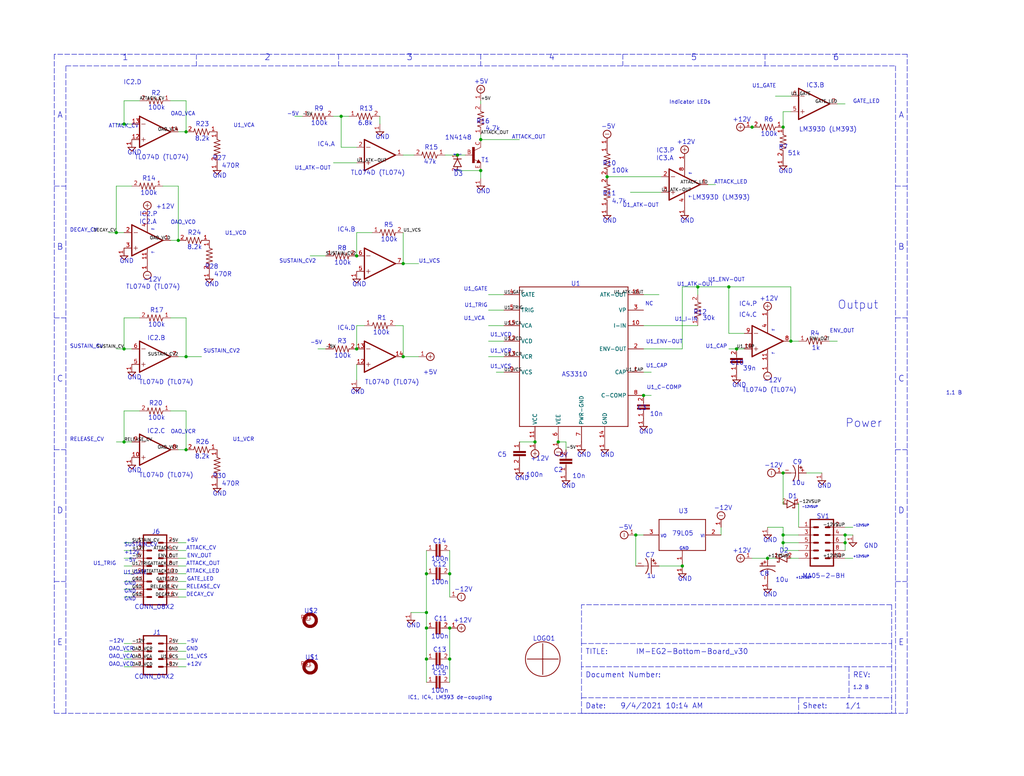
<source format=kicad_sch>
(kicad_sch (version 20211123) (generator eeschema)
  (paper "User" 335.458 254.178)
  (junction (at 132.08 86.36))
  (junction (at 223.52 185.42))
  (junction (at 40.64 144.78))
  (junction (at 149.86 50.8))
  (junction (at 40.64 40.64))
  (junction (at 238.76 93.98))
  (junction (at 175.26 144.78))
  (junction (at 256.54 154.94))
  (junction (at 147.32 187.96))
  (junction (at 259.08 111.76))
  (junction (at 256.54 177.8))
  (junction (at 60.96 116.84))
  (junction (at 157.48 45.72))
  (junction (at 228.6 93.98))
  (junction (at 139.7 215.9))
  (junction (at 132.08 116.84))
  (junction (at 147.32 205.74))
  (junction (at 157.48 55.88))
  (junction (at 241.3 114.3))
  (junction (at 139.7 200.66))
  (junction (at 116.84 114.3))
  (junction (at 251.46 182.88))
  (junction (at 111.76 38.1))
  (junction (at 60.96 147.32))
  (junction (at 276.86 175.26))
  (junction (at 40.64 114.3))
  (junction (at 116.84 83.82))
  (junction (at 276.86 177.8))
  (junction (at 210.82 129.54))
  (junction (at 208.28 175.26))
  (junction (at 139.7 205.74))
  (junction (at 38.1 76.2))
  (junction (at 58.42 78.74))
  (junction (at 60.96 43.18))
  (junction (at 256.54 41.656))
  (junction (at 198.882 57.912))
  (junction (at 139.7 187.96))
  (junction (at 147.32 215.9))
  (junction (at 246.38 41.656))
  (junction (at 182.88 144.78))
  (junction (at 256.54 175.26))
  (wire (pts (xy 99.06 38.1) (xy 96.52 38.1)))
  (wire (pts (xy 139.7 205.74) (xy 139.7 215.9)))
  (polyline (pts (xy 261.62 228.6) (xy 278.13 228.6)))
  (wire (pts (xy 165.1 111.76) (xy 160.02 111.76)))
  (wire (pts (xy 271.78 111.76) (xy 274.32 111.76)))
  (wire (pts (xy 248.92 41.656) (xy 246.38 41.656)))
  (wire (pts (xy 45.72 33.02) (xy 40.64 33.02)))
  (wire (pts (xy 185.42 144.78) (xy 182.88 144.78)))
  (wire (pts (xy 259.08 31.496) (xy 254 31.496)))
  (wire (pts (xy 259.08 93.98) (xy 238.76 93.98)))
  (wire (pts (xy 60.96 147.32) (xy 60.96 134.62)))
  (wire (pts (xy 58.42 213.36) (xy 60.96 213.36)))
  (polyline (pts (xy 21.59 21.59) (xy 293.37 21.59)))
  (wire (pts (xy 210.82 129.54) (xy 213.36 129.54)))
  (wire (pts (xy 58.42 210.82) (xy 60.96 210.82)))
  (wire (pts (xy 111.76 48.26) (xy 116.84 48.26)))
  (wire (pts (xy 40.64 114.3) (xy 43.18 114.3)))
  (wire (pts (xy 149.86 50.8) (xy 152.4 50.8)))
  (polyline (pts (xy 297.18 233.68) (xy 297.18 17.78)))
  (wire (pts (xy 256.54 36.576) (xy 259.08 36.576)))
  (wire (pts (xy 223.52 114.3) (xy 223.52 93.98)))
  (wire (pts (xy 228.6 93.98) (xy 228.6 96.52)))
  (wire (pts (xy 208.28 175.26) (xy 208.28 185.42)))
  (wire (pts (xy 60.96 104.14) (xy 55.88 104.14)))
  (polyline (pts (xy 293.37 147.32) (xy 297.18 147.32)))
  (wire (pts (xy 210.82 175.26) (xy 208.28 175.26)))
  (wire (pts (xy 116.84 106.68) (xy 116.84 114.3)))
  (polyline (pts (xy 190.5 210.82) (xy 190.5 198.12)))
  (wire (pts (xy 58.42 147.32) (xy 60.96 147.32)))
  (wire (pts (xy 132.08 76.2) (xy 132.08 86.36)))
  (wire (pts (xy 157.48 55.88) (xy 157.48 58.42)))
  (polyline (pts (xy 157.48 17.78) (xy 157.48 21.59)))
  (polyline (pts (xy 190.5 233.68) (xy 190.5 228.6)))
  (wire (pts (xy 43.18 177.8) (xy 40.64 177.8)))
  (wire (pts (xy 238.76 109.22) (xy 243.84 109.22)))
  (wire (pts (xy 60.96 43.18) (xy 60.96 33.02)))
  (wire (pts (xy 40.64 40.64) (xy 38.1 40.64)))
  (polyline (pts (xy 293.37 21.59) (xy 293.37 233.68)))
  (polyline (pts (xy 190.5 228.6) (xy 261.62 228.6)))
  (wire (pts (xy 135.636 50.8) (xy 132.08 50.8)))
  (wire (pts (xy 157.48 45.72) (xy 170.18 45.72)))
  (wire (pts (xy 35.56 76.2) (xy 38.1 76.2)))
  (wire (pts (xy 216.662 62.992) (xy 206.502 62.992)))
  (wire (pts (xy 157.48 44.196) (xy 157.48 45.72)))
  (polyline (pts (xy 297.18 17.78) (xy 17.78 17.78)))
  (wire (pts (xy 139.7 180.34) (xy 139.7 187.96)))
  (wire (pts (xy 109.22 38.1) (xy 111.76 38.1)))
  (polyline (pts (xy 17.78 233.68) (xy 297.18 233.68)))
  (wire (pts (xy 264.16 154.94) (xy 269.24 154.94)))
  (polyline (pts (xy 21.59 233.68) (xy 21.59 21.59)))
  (wire (pts (xy 121.92 76.2) (xy 116.84 76.2)))
  (wire (pts (xy 43.18 215.9) (xy 40.64 215.9)))
  (wire (pts (xy 111.76 38.1) (xy 114.3 38.1)))
  (wire (pts (xy 261.62 175.26) (xy 256.54 175.26)))
  (polyline (pts (xy 292.1 198.12) (xy 292.1 210.82)))
  (wire (pts (xy 231.902 60.452) (xy 234.442 60.452)))
  (wire (pts (xy 139.7 215.9) (xy 139.7 223.52)))
  (wire (pts (xy 228.6 106.68) (xy 210.82 106.68)))
  (wire (pts (xy 147.32 180.34) (xy 147.32 187.96)))
  (polyline (pts (xy 64.347 17.78) (xy 64.347 21.59)))
  (wire (pts (xy 45.72 134.62) (xy 40.64 134.62)))
  (polyline (pts (xy 292.1 210.82) (xy 292.1 218.44)))
  (wire (pts (xy 165.1 116.84) (xy 160.02 116.84)))
  (wire (pts (xy 43.18 210.82) (xy 40.64 210.82)))
  (wire (pts (xy 276.86 172.72) (xy 279.4 172.72)))
  (wire (pts (xy 165.1 101.6) (xy 160.02 101.6)))
  (wire (pts (xy 236.22 175.26) (xy 236.22 172.72)))
  (polyline (pts (xy 292.1 218.44) (xy 292.1 228.6)))
  (wire (pts (xy 149.86 51.133) (xy 149.86 50.8)))
  (wire (pts (xy 223.52 93.98) (xy 228.6 93.98)))
  (polyline (pts (xy 261.62 228.6) (xy 261.62 233.68)))
  (wire (pts (xy 261.62 111.76) (xy 259.08 111.76)))
  (wire (pts (xy 210.82 121.92) (xy 213.36 121.92)))
  (wire (pts (xy 60.96 134.62) (xy 55.88 134.62)))
  (wire (pts (xy 38.1 114.3) (xy 40.64 114.3)))
  (wire (pts (xy 58.42 43.18) (xy 60.96 43.18)))
  (wire (pts (xy 261.62 180.34) (xy 256.54 180.34)))
  (polyline (pts (xy 17.78 190.5) (xy 21.59 190.5)))
  (polyline (pts (xy 250.613 17.78) (xy 250.613 21.59)))
  (wire (pts (xy 43.18 213.36) (xy 40.64 213.36)))
  (wire (pts (xy 276.86 177.8) (xy 276.86 180.34)))
  (wire (pts (xy 132.08 116.84) (xy 132.08 106.68)))
  (wire (pts (xy 58.42 78.74) (xy 58.42 60.96)))
  (wire (pts (xy 210.82 114.3) (xy 223.52 114.3)))
  (polyline (pts (xy 190.5 228.6) (xy 190.5 218.44)))
  (wire (pts (xy 256.54 180.34) (xy 256.54 177.8)))
  (wire (pts (xy 256.54 177.8) (xy 256.54 175.26)))
  (wire (pts (xy 147.32 187.96) (xy 147.32 195.58)))
  (polyline (pts (xy 17.78 60.96) (xy 21.59 60.96)))
  (wire (pts (xy 43.18 218.44) (xy 40.64 218.44)))
  (wire (pts (xy 60.96 116.84) (xy 60.96 104.14)))
  (wire (pts (xy 106.68 83.82) (xy 101.6 83.82)))
  (polyline (pts (xy 278.13 228.6) (xy 292.1 228.6)))
  (wire (pts (xy 55.88 78.74) (xy 58.42 78.74)))
  (wire (pts (xy 116.84 53.34) (xy 109.22 53.34)))
  (wire (pts (xy 134.62 200.66) (xy 139.7 200.66)))
  (wire (pts (xy 40.64 33.02) (xy 40.64 40.64)))
  (wire (pts (xy 251.46 182.88) (xy 246.38 182.88)))
  (wire (pts (xy 261.62 172.72) (xy 261.62 165.1)))
  (wire (pts (xy 165.1 96.52) (xy 160.02 96.52)))
  (wire (pts (xy 276.86 182.88) (xy 279.4 182.88)))
  (polyline (pts (xy 292.1 228.6) (xy 292.1 233.68)))
  (wire (pts (xy 43.18 193.04) (xy 40.64 193.04)))
  (wire (pts (xy 58.42 195.58) (xy 60.96 195.58)))
  (wire (pts (xy 58.42 182.88) (xy 60.96 182.88)))
  (wire (pts (xy 256.54 41.656) (xy 256.54 36.576)))
  (wire (pts (xy 58.42 187.96) (xy 60.96 187.96)))
  (wire (pts (xy 58.42 218.44) (xy 60.96 218.44)))
  (wire (pts (xy 216.662 57.912) (xy 198.882 57.912)))
  (wire (pts (xy 116.84 119.38) (xy 116.84 124.46)))
  (wire (pts (xy 210.82 96.52) (xy 215.9 96.52)))
  (wire (pts (xy 215.9 185.42) (xy 223.52 185.42)))
  (polyline (pts (xy 293.37 190.5) (xy 297.18 190.5)))
  (wire (pts (xy 38.1 60.96) (xy 38.1 76.2)))
  (wire (pts (xy 147.32 223.52) (xy 147.32 215.9)))
  (wire (pts (xy 228.6 93.98) (xy 238.76 93.98)))
  (wire (pts (xy 60.96 33.02) (xy 55.88 33.02)))
  (wire (pts (xy 45.72 104.14) (xy 40.64 104.14)))
  (wire (pts (xy 43.18 195.58) (xy 40.64 195.58)))
  (wire (pts (xy 111.76 38.1) (xy 111.76 48.26)))
  (wire (pts (xy 185.42 147.32) (xy 185.42 144.78)))
  (wire (pts (xy 40.64 144.78) (xy 38.1 144.78)))
  (wire (pts (xy 132.08 106.68) (xy 129.54 106.68)))
  (wire (pts (xy 58.42 193.04) (xy 60.96 193.04)))
  (polyline (pts (xy 292.1 218.44) (xy 278.13 218.44)))
  (wire (pts (xy 139.7 200.66) (xy 139.7 205.74)))
  (wire (pts (xy 259.08 111.76) (xy 259.08 93.98)))
  (wire (pts (xy 157.48 33.02) (xy 157.48 34.036)))
  (polyline (pts (xy 278.13 218.44) (xy 190.5 218.44)))
  (wire (pts (xy 119.38 106.68) (xy 116.84 106.68)))
  (wire (pts (xy 43.18 182.88) (xy 40.64 182.88)))
  (wire (pts (xy 170.18 144.78) (xy 175.26 144.78)))
  (wire (pts (xy 241.3 114.3) (xy 238.76 114.3)))
  (wire (pts (xy 58.42 185.42) (xy 60.96 185.42)))
  (wire (pts (xy 58.42 177.8) (xy 60.96 177.8)))
  (wire (pts (xy 256.54 172.72) (xy 251.46 172.72)))
  (wire (pts (xy 40.64 40.64) (xy 43.18 40.64)))
  (polyline (pts (xy 17.78 17.78) (xy 17.78 233.68)))
  (wire (pts (xy 58.42 60.96) (xy 53.34 60.96)))
  (wire (pts (xy 276.86 175.26) (xy 276.86 177.8)))
  (polyline (pts (xy 190.5 233.68) (xy 261.62 233.68)))
  (wire (pts (xy 43.18 185.42) (xy 40.64 185.42)))
  (wire (pts (xy 40.64 134.62) (xy 40.64 144.78)))
  (wire (pts (xy 106.68 114.3) (xy 104.14 114.3)))
  (wire (pts (xy 274.32 34.036) (xy 276.86 34.036)))
  (wire (pts (xy 38.1 76.2) (xy 40.64 76.2)))
  (wire (pts (xy 43.18 187.96) (xy 40.64 187.96)))
  (wire (pts (xy 43.18 144.78) (xy 40.64 144.78)))
  (wire (pts (xy 58.42 180.34) (xy 60.96 180.34)))
  (wire (pts (xy 139.7 187.96) (xy 139.7 200.66)))
  (wire (pts (xy 132.08 86.36) (xy 137.16 86.36)))
  (wire (pts (xy 165.1 121.92) (xy 162.56 121.92)))
  (wire (pts (xy 147.32 215.9) (xy 147.32 205.74)))
  (wire (pts (xy 279.4 175.26) (xy 276.86 175.26)))
  (wire (pts (xy 254.333 182.88) (xy 251.46 182.88)))
  (wire (pts (xy 258.747 182.88) (xy 261.62 182.88)))
  (wire (pts (xy 43.18 180.34) (xy 40.64 180.34)))
  (polyline (pts (xy 278.13 218.44) (xy 278.13 228.6)))
  (wire (pts (xy 58.42 215.9) (xy 60.96 215.9)))
  (wire (pts (xy 58.42 116.84) (xy 60.96 116.84)))
  (polyline (pts (xy 292.1 198.12) (xy 190.5 198.12)))
  (polyline (pts (xy 17.78 104.14) (xy 21.59 104.14)))
  (polyline (pts (xy 190.5 218.44) (xy 190.5 210.82)))
  (wire (pts (xy 261.62 165.1) (xy 261.287 165.1)))
  (wire (pts (xy 238.76 93.98) (xy 238.76 109.22)))
  (polyline (pts (xy 204.047 17.78) (xy 204.047 21.59)))
  (wire (pts (xy 149.86 55.88) (xy 149.86 55.547)))
  (polyline (pts (xy 190.5 210.82) (xy 292.1 210.82)))
  (wire (pts (xy 116.84 76.2) (xy 116.84 83.82)))
  (wire (pts (xy 256.54 165.1) (xy 256.873 165.1)))
  (wire (pts (xy 145.796 50.8) (xy 149.86 50.8)))
  (polyline (pts (xy 293.37 60.96) (xy 297.18 60.96)))
  (wire (pts (xy 43.18 60.96) (xy 38.1 60.96)))
  (polyline (pts (xy 261.62 233.68) (xy 292.1 233.68)))
  (wire (pts (xy 261.62 177.8) (xy 256.54 177.8)))
  (wire (pts (xy 58.42 190.5) (xy 60.96 190.5)))
  (wire (pts (xy 182.88 144.78) (xy 182.88 144.272)))
  (wire (pts (xy 149.86 55.88) (xy 157.48 55.88)))
  (wire (pts (xy 40.64 104.14) (xy 40.64 114.3)))
  (wire (pts (xy 256.54 175.26) (xy 256.54 172.72)))
  (polyline (pts (xy 17.78 147.32) (xy 21.59 147.32)))
  (wire (pts (xy 124.46 38.1) (xy 124.46 40.64)))
  (wire (pts (xy 60.96 116.84) (xy 66.04 116.84)))
  (wire (pts (xy 256.54 154.94) (xy 256.54 165.1)))
  (wire (pts (xy 43.18 190.5) (xy 40.64 190.5)))
  (wire (pts (xy 243.84 114.3) (xy 241.3 114.3)))
  (polyline (pts (xy 110.913 17.78) (xy 110.913 21.59)))
  (wire (pts (xy 137.16 116.84) (xy 132.08 116.84)))
  (polyline (pts (xy 293.37 104.14) (xy 297.18 104.14)))
  (wire (pts (xy 165.1 106.68) (xy 160.02 106.68)))
  (text "R3" (at 110.504 112.8 180) (effects (font (size 1.48 1.48)) (justify left bottom)))
  (text "TL074D (TL074)" (at 41.185 93.212 180) (effects (font (size 1.48 1.48)) (justify left top)))
  (text "U1_VCS" (at 60.96 215.9 180) (effects (font (size 1.233 1.233)) (justify left bottom)))
  (text "GND" (at 114.802 127.635 180) (effects (font (size 1.48 1.48)) (justify left top)))
  (text "470R" (at 72.62 53.584 180) (effects (font (size 1.48 1.48)) (justify left top)))
  (text "+12V" (at 148.492 204.24 180) (effects (font (size 1.48 1.48)) (justify left bottom)))
  (text "10n" (at 187.452 155.235 180) (effects (font (size 1.48 1.48)) (justify left top)))
  (text "10u" (at 259.373 157.48 180) (effects (font (size 1.48 1.48)) (justify left top)))
  (text "U1_CAP" (at 231.14 114.3 180) (effects (font (size 1.233 1.233)) (justify left bottom)))
  (text "A" (at 295.275 36.703 180) (effects (font (size 1.974 1.974)) (justify top)))
  (text "SUSTAIN_CV" (at 22.86 114.3 180) (effects (font (size 1.233 1.233)) (justify left bottom)))
  (text "ATTACK_CV" (at 60.96 180.34 180) (effects (font (size 1.233 1.233)) (justify left bottom)))
  (text "R28" (at 67.08 88.361 180) (effects (font (size 1.48 1.48)) (justify left bottom)))
  (text "SpiceOrder 2" (at 149.86 50.8 180) (effects (font (size 0.247 0.247))))
  (text "GND" (at 189 149.993 180) (effects (font (size 1.48 1.48)) (justify left bottom)))
  (text "U1_ATK-OUT" (at 221.742 93.98 180) (effects (font (size 1.233 1.233)) (justify left bottom)))
  (text "OAO_VCD" (at 35.56 218.44 180) (effects (font (size 1.233 1.233)) (justify left bottom)))
  (text "TL074D (TL074)" (at 243.115 127.02 180) (effects (font (size 1.48 1.48)) (justify left top)))
  (text "3" (at 134.197 17.78 180) (effects (font (size 1.974 1.974)) (justify top)))
  (text "R17" (at 49.126 102.64 180) (effects (font (size 1.48 1.48)) (justify left bottom)))
  (text "V+" (at 49.53 75.565 180) (effects (font (size 0.493 0.493)) (justify left bottom)))
  (text "8.2k" (at 61.3 80.24 180) (effects (font (size 1.48 1.48)) (justify left top)))
  (text "100k" (at 48.49 136.12 180) (effects (font (size 1.48 1.48)) (justify left top)))
  (text "4" (at 180.763 17.78 180) (effects (font (size 1.974 1.974)) (justify top)))
  (text "GND" (at 222.02 190.633 180) (effects (font (size 1.48 1.48)) (justify left bottom)))
  (text "U1_TRIG" (at 30.48 185.42 180) (effects (font (size 1.233 1.233)) (justify left bottom)))
  (text "GND" (at 40.64 195.58 180) (effects (font (size 1.233 1.233)) (justify left top)))
  (text "-5V" (at 181.38 150.067 180) (effects (font (size 1.48 1.48)) (justify left bottom)))
  (text "R16" (at 155.98 40.753 180) (effects (font (size 1.48 1.48)) (justify left bottom)))
  (text "R12" (at 227.1 103.274 180) (effects (font (size 1.48 1.48)) (justify left bottom)))
  (text "ATTACK_OUT" (at 60.96 185.42 180) (effects (font (size 1.233 1.233)) (justify left bottom)))
  (text "SUSTAIN_CV2" (at 91.44 86.36 180) (effects (font (size 1.233 1.233)) (justify left bottom)))
  (text "C12" (at 141.8 185.928 180) (effects (font (size 1.48 1.48)) (justify left bottom)))
  (text "Indicator LEDs" (at 219.202 34.29 180) (effects (font (size 1.233 1.233)) (justify left bottom)))
  (text "DECAY_CV" (at 60.96 195.58 180) (effects (font (size 1.233 1.233)) (justify left bottom)))
  (text "100n" (at 172.212 154.829 180) (effects (font (size 1.48 1.48)) (justify left top)))
  (text "U1_VCR" (at 76.2 144.78 180) (effects (font (size 1.233 1.233)) (justify left bottom)))
  (text "GND" (at 196.62 149.993 180) (effects (font (size 1.48 1.48)) (justify left bottom)))
  (text "6.8k" (at 117.217 39.6 180) (effects (font (size 1.48 1.48)) (justify left top)))
  (text "1N4148" (at 145.729 44.346 180) (effects (font (size 1.48 1.48)) (justify left top)))
  (text "U$2" (at 99.599 201.168 180) (effects (font (size 1.48 1.48)) (justify left bottom)))
  (text "IC4.P" (at 242.088 100.558 180) (effects (font (size 1.48 1.48)) (justify left bottom)))
  (text "U1_ATK-OUT" (at 203.962 68.072 180) (effects (font (size 1.233 1.233)) (justify left bottom)))
  (text "R15" (at 139.042 49.3 180) (effects (font (size 1.48 1.48)) (justify left bottom)))
  (text "U1_ATK-OUT" (at 96.52 55.88 180) (effects (font (size 1.233 1.233)) (justify left bottom)))
  (text "R26" (at 64.075 145.82 180) (effects (font (size 1.48 1.48)) (justify left bottom)))
  (text "-12VSUP" (at 279.4 172.72 180) (effects (font (size 0.74 0.74)) (justify left bottom)))
  (text "GND" (at 249.96 177.933 180) (effects (font (size 1.48 1.48)) (justify left bottom)))
  (text "D" (at 19.685 166.243 180) (effects (font (size 1.974 1.974)) (justify top)))
  (text "R30" (at 69.62 156.942 180) (effects (font (size 1.48 1.48)) (justify left bottom)))
  (text "ENV_OUT" (at 271.78 109.22 180) (effects (font (size 1.233 1.233)) (justify left bottom)))
  (text "D3" (at 148.604 56.213 180) (effects (font (size 1.48 1.48)) (justify left top)))
  (text "C8" (at 248.92 188.964 180) (effects (font (size 1.48 1.48)) (justify left bottom)))
  (text "R13" (at 117.706 36.6 180) (effects (font (size 1.48 1.48)) (justify left bottom)))
  (text "LM393D (LM393)" (at 261.738 41.656 180) (effects (font (size 1.48 1.48)) (justify left top)))
  (text "+12V" (at 248.822 98.83 180) (effects (font (size 1.48 1.48)) (justify left bottom)))
  (text "OAO_VCR" (at 55.88 142.24 180) (effects (font (size 1.233 1.233)) (justify left bottom)))
  (text "+12V" (at 221.644 47.522 180) (effects (font (size 1.48 1.48)) (justify left bottom)))
  (text "100n" (at 141.2 207.772 180) (effects (font (size 1.48 1.48)) (justify left top)))
  (text "U1_VCD" (at 160.528 110.49 180) (effects (font (size 1.233 1.233)) (justify left bottom)))
  (text "U1_VCR" (at 160.528 115.824 180) (effects (font (size 1.233 1.233)) (justify left bottom)))
  (text "C14" (at 141.763 178.308 180) (effects (font (size 1.48 1.48)) (justify left bottom)))
  (text "V+" (at 252.73 108.585 180) (effects (font (size 0.493 0.493)) (justify left bottom)))
  (text "IC2.B" (at 48.218 111.76 180) (effects (font (size 1.48 1.48)) (justify left bottom)))
  (text "V-" (at 49.53 83.185 180) (effects (font (size 0.493 0.493)) (justify left bottom)))
  (text "J6" (at 49.727 175.26 180) (effects (font (size 1.48 1.48)) (justify left bottom)))
  (text "-5V" (at 93.98 38.1 180) (effects (font (size 1.233 1.233)) (justify left bottom)))
  (text "-5V" (at 196.897 42.442 180) (effects (font (size 1.48 1.48)) (justify left bottom)))
  (text "R23" (at 64.038 41.68 180) (effects (font (size 1.48 1.48)) (justify left bottom)))
  (text "IC4.D" (at 110.504 108.432 180) (effects (font (size 1.48 1.48)) (justify left bottom)))
  (text "VO" (at 216.341 176.315 180) (effects (font (size 0.987 0.987)) (justify left bottom)))
  (text "C2" (at 181.38 154.962 180) (effects (font (size 1.48 1.48)) (justify left bottom)))
  (text "470R" (at 70.08 89.144 180) (effects (font (size 1.48 1.48)) (justify left top)))
  (text "GND" (at 69.62 162.693 180) (effects (font (size 1.48 1.48)) (justify left bottom)))
  (text "-5V" (at 101.6 113.03 180) (effects (font (size 1.233 1.233)) (justify left bottom)))
  (text "OAO_VCR" (at 35.56 213.36 180) (effects (font (size 1.233 1.233)) (justify left bottom)))
  (text "Output" (at 274.32 101.6 180) (effects (font (size 2.714 2.714)) (justify left bottom)))
  (text "GND" (at 69.62 58.553 180) (effects (font (size 1.48 1.48)) (justify left bottom)))
  (text "GND" (at 249.96 195.713 180) (effects (font (size 1.48 1.48)) (justify left bottom)))
  (text "R27" (at 69.62 52.802 180) (effects (font (size 1.48 1.48)) (justify left bottom)))
  (text "SUSTAIN_CV" (at 40.64 177.8 180) (effects (font (size 1.233 1.233)) (justify left top)))
  (text "OAO_VCA" (at 35.56 215.9 180) (effects (font (size 1.233 1.233)) (justify left bottom)))
  (text "1" (at 41.063 17.78 180) (effects (font (size 1.974 1.974)) (justify top)))
  (text "1.2 B" (at 279.4 226.06 180) (effects (font (size 1.233 1.233)) (justify left bottom)))
  (text "R5" (at 125.744 74.7 180) (effects (font (size 1.48 1.48)) (justify left bottom)))
  (text "100k" (at 48.49 34.52 180) (effects (font (size 1.48 1.48)) (justify left top)))
  (text "GND" (at 60.96 213.36 180) (effects (font (size 1.233 1.233)) (justify left bottom)))
  (text "R14" (at 46.55 59.46 180) (effects (font (size 1.48 1.48)) (justify left bottom)))
  (text "1u" (at 211.859 187.96 180) (effects (font (size 1.48 1.48)) (justify left top)))
  (text "IC4.C" (at 242.052 104.14 180) (effects (font (size 1.48 1.48)) (justify left bottom)))
  (text "GND" (at 267.74 160.153 180) (effects (font (size 1.48 1.48)) (justify left bottom)))
  (text "R24" (at 61.462 77.24 180) (effects (font (size 1.48 1.48)) (justify left bottom)))
  (text "1.1 B" (at 309.88 129.54 180) (effects (font (size 1.233 1.233)) (justify left bottom)))
  (text "-12V" (at 249.96 125.593 180) (effects (font (size 1.48 1.48)) (justify left bottom)))
  (text "+12V" (at 40.64 180.34 180) (effects (font (size 1.233 1.233)) (justify left top)))
  (text "2" (at 87.63 17.78 180) (effects (font (size 1.974 1.974)) (justify top)))
  (text "+12VSUP" (at 279.4 182.88 180) (effects (font (size 0.74 0.74)) (justify left bottom)))
  (text "R6" (at 250.241 40.156 180) (effects (font (size 1.48 1.48)) (justify left bottom)))
  (text "CONN_08X2" (at 44.034 198.12 180) (effects (font (size 1.48 1.48)) (justify left top)))
  (text "GND" (at 40.64 190.5 180) (effects (font (size 1.233 1.233)) (justify left top)))
  (text "-12V" (at 35.56 210.82 180) (effects (font (size 1.233 1.233)) (justify left bottom)))
  (text "4.7k" (at 200.382 65.229 180) (effects (font (size 1.48 1.48)) (justify left top)))
  (text "C3" (at 208.788 134.642 180) (effects (font (size 1.48 1.48)) (justify left bottom)))
  (text "IC2.P" (at 45.678 71.12 180) (effects (font (size 1.48 1.48)) (justify left bottom)))
  (text "V-" (at 225.552 64.897 180) (effects (font (size 0.493 0.493)) (justify left bottom)))
  (text "+5V" (at 60.96 177.8 180) (effects (font (size 1.233 1.233)) (justify left bottom)))
  (text "C7" (at 211.386 182.88 180) (effects (font (size 1.48 1.48)) (justify left bottom)))
  (text "C" (at 19.685 123.063 180) (effects (font (size 1.974 1.974)) (justify top)))
  (text "B" (at 19.685 79.883 180) (effects (font (size 1.974 1.974)) (justify top)))
  (text "-12VSUP" (at 262.636 166.624 180) (effects (font (size 0.74 0.74)) (justify left bottom)))
  (text "GND" (at 133.12 205.873 180) (effects (font (size 1.48 1.48)) (justify left bottom)))
  (text "9/4/2021 10:14 AM" (at 203.2 232.41 180) (effects (font (size 1.727 1.727)) (justify left bottom)))
  (text "+5V" (at 138.548 122.96 180) (effects (font (size 1.48 1.48)) (justify left bottom)))
  (text "GND" (at 41.68 50.933 180) (effects (font (size 1.48 1.48)) (justify left bottom)))
  (text "100n" (at 141.2 189.992 180) (effects (font (size 1.48 1.48)) (justify left top)))
  (text "TL074D (TL074)" (at 44.059 50.8 180) (effects (font (size 1.48 1.48)) (justify left top)))
  (text "IC1, IC4, LM393 de-coupling" (at 133.604 229.362 180) (effects (font (size 1.233 1.233)) (justify left bottom)))
  (text "AS3310" (at 183.975 121.92 180) (effects (font (size 1.48 1.48)) (justify left top)))
  (text "51k" (at 258.04 49.467 180) (effects (font (size 1.48 1.48)) (justify left top)))
  (text "6" (at 273.897 17.78 180) (effects (font (size 1.974 1.974)) (justify top)))
  (text "SUSTAIN_CV2" (at 66.548 115.824 180) (effects (font (size 1.233 1.233)) (justify left bottom)))
  (text "C11" (at 142.127 203.708 180) (effects (font (size 1.48 1.48)) (justify left bottom)))
  (text "-12V" (at 233.817 167.41 180) (effects (font (size 1.48 1.48)) (justify left bottom)))
  (text "ATTACK_OUT" (at 167.64 45.72 180) (effects (font (size 1.233 1.233)) (justify left bottom)))
  (text "B" (at 295.275 79.883 180) (effects (font (size 1.974 1.974)) (justify top)))
  (text "10u" (at 254 189.237 180) (effects (font (size 1.48 1.48)) (justify left top)))
  (text "TL074D (TL074)" (at 119.498 124.48 180) (effects (font (size 1.48 1.48)) (justify left top)))
  (text "GND" (at 255.04 57.029 180) (effects (font (size 1.48 1.48)) (justify left bottom)))
  (text "DECAY_CV" (at 22.86 76.2 180) (effects (font (size 1.233 1.233)) (justify left bottom)))
  (text "U$1" (at 99.927 216.408 180) (effects (font (size 1.48 1.48)) (justify left bottom)))
  (text "GND" (at 39.14 86.493 180) (effects (font (size 1.48 1.48)) (justify left bottom)))
  (text "SpiceOrder 1" (at 149.86 55.88 180) (effects (font (size 0.247 0.247))))
  (text "39n" (at 243.332 119.966 180) (effects (font (size 1.48 1.48)) (justify left top)))
  (text "C10" (at 239.268 119.82 180) (effects (font (size 1.48 1.48)) (justify left bottom)))
  (text "U1_I-IN" (at 220.98 105.41 180) (effects (font (size 1.233 1.233)) (justify left bottom)))
  (text "ATTACK_LED" (at 60.96 187.96 180) (effects (font (size 1.233 1.233)) (justify left bottom)))
  (text "100k" (at 122.15 108.18 180) (effects (font (size 1.48 1.48)) (justify left top)))
  (text "100k" (at 48.49 105.64 180) (effects (font (size 1.48 1.48)) (justify left top)))
  (text "TL074D (TL074)" (at 45.516 124.46 180) (effects (font (size 1.48 1.48)) (justify left top)))
  (text "+12V" (at 60.96 218.44 180) (effects (font (size 1.233 1.233)) (justify left bottom)))
  (text "-5V" (at 202.485 173.76 180) (effects (font (size 1.48 1.48)) (justify left bottom)))
  (text "GND" (at 122.96 45.853 180) (effects (font (size 1.48 1.48)) (justify left bottom)))
  (text "IC3.P" (at 215.025 50.292 180) (effects (font (size 1.48 1.48)) (justify left bottom)))
  (text "R20" (at 48.798 133.12 180) (effects (font (size 1.48 1.48)) (justify left bottom)))
  (text "47k" (at 138.787 52.3 180) (effects (font (size 1.48 1.48)) (justify left top)))
  (text "IC2.A" (at 45.605 73.66 180) (effects (font (size 1.48 1.48)) (justify left bottom)))
  (text "GATE_LED" (at 279.4 34.036 180) (effects (font (size 1.233 1.233)) (justify left bottom)))
  (text "79L05" (at 220.136 174.032 180) (effects (font (size 1.48 1.48)) (justify left top)))
  (text "10n" (at 212.852 134.915 180) (effects (font (size 1.48 1.48)) (justify left top)))
  (text "U1_VCS" (at 137.16 86.36 180) (effects (font (size 1.233 1.233)) (justify left bottom)))
  (text "GND" (at 41.68 155.073 180) (effects (font (size 1.48 1.48)) (justify left bottom)))
  (text "GND" (at 155.98 63.633 180) (effects (font (size 1.48 1.48)) (justify left bottom)))
  (text "V-" (at 252.73 116.205 180) (effects (font (size 0.493 0.493)) (justify left bottom)))
  (text "D" (at 295.275 166.243 180) (effects (font (size 1.974 1.974)) (justify top)))
  (text "-5V" (at 40.64 182.88 180) (effects (font (size 1.233 1.233)) (justify left top)))
  (text "100k" (at 109.45 85.32 180) (effects (font (size 1.48 1.48)) (justify left top)))
  (text "8.2k" (at 63.84 44.68 180) (effects (font (size 1.48 1.48)) (justify left top)))
  (text "Sheet:" (at 262.89 232.41 180) (effects (font (size 1.727 1.727)) (justify left bottom)))
  (text "U1_ENV-OUT" (at 231.902 92.456 180) (effects (font (size 1.233 1.233)) (justify left bottom)))
  (text "100k" (at 109.45 115.8 180) (effects (font (size 1.48 1.48)) (justify left top)))
  (text "LM393D (LM393)" (at 226.732 63.957 180) (effects (font (size 1.48 1.48)) (justify left top)))
  (text "U3" (at 222.264 166.754 180) (effects (font (size 1.48 1.48)) (justify left top)))
  (text "8.2k" (at 63.84 148.82 180) (effects (font (size 1.48 1.48)) (justify left top)))
  (text "GND" (at 67.08 94.113 180) (effects (font (size 1.48 1.48)) (justify left bottom)))
  (text "-5V" (at 60.96 210.82 180) (effects (font (size 1.233 1.233)) (justify left bottom)))
  (text "RELEASE_CV" (at 22.86 144.78 180) (effects (font (size 1.233 1.233)) (justify left bottom)))
  (text "100n" (at 141.2 225.552 180) (effects (font (size 1.48 1.48)) (justify left top)))
  (text "IC2.C" (at 48.182 142.24 180) (effects (font (size 1.48 1.48)) (justify left bottom)))
  (text "ATTACK_LED" (at 233.934 60.452 180) (effects (font (size 1.233 1.233)) (justify left bottom)))
  (text "+5V" (at 155.26 27.71 180) (effects (font (size 1.48 1.48)) (justify left bottom)))
  (text "100k" (at 45.95 62.46 180) (effects (font (size 1.48 1.48)) (justify left top)))
  (text "-12V" (at 250.327 153.44 180) (effects (font (size 1.48 1.48)) (justify left bottom)))
  (text "U1" (at 187.031 93.98 180) (effects (font (size 1.48 1.48)) (justify left bottom)))
  (text "C13" (at 141.8 213.868 180) (effects (font (size 1.48 1.48)) (justify left bottom)))
  (text "R2" (at 49.544 31.52 180) (effects (font (size 1.48 1.48)) (justify left bottom)))
  (text "+12V" (at 51.036 68.684 180) (effects (font (size 1.48 1.48)) (justify left bottom)))
  (text "GND" (at 222.782 73.285 180) (effects (font (size 1.48 1.48)) (justify left bottom)))
  (text "E" (at 295.275 209.423 180) (effects (font (size 1.974 1.974)) (justify top)))
  (text "IC3.B" (at 264.118 28.956 180) (effects (font (size 1.48 1.48)) (justify left bottom)))
  (text "R7" (at 255.04 49.158 180) (effects (font (size 1.48 1.48)) (justify left bottom)))
  (text "A" (at 19.685 36.703 180) (effects (font (size 1.974 1.974)) (justify top)))
  (text "R10" (at 197.382 54.506 180) (effects (font (size 1.48 1.48)) (justify left bottom)))
  (text "D2" (at 255.284 181.38 180) (effects (font (size 1.48 1.48)) (justify left bottom)))
  (text "470R" (at 72.62 157.724 180) (effects (font (size 1.48 1.48)) (justify left top)))
  (text "Document Number:" (at 191.77 222.25 180) (effects (font (size 1.727 1.727)) (justify left bottom)))
  (text "U1_ENV-OUT" (at 211.582 112.776 180) (effects (font (size 1.233 1.233)) (justify left bottom)))
  (text "GND" (at 209.32 142.373 180) (effects (font (size 1.48 1.48)) (justify left bottom)))
  (text "D1" (at 258.151 163.6 180) (effects (font (size 1.48 1.48)) (justify left bottom)))
  (text "U1_GATE" (at 246.38 28.956 180) (effects (font (size 1.233 1.233)) (justify left bottom)))
  (text "IC2.D" (at 40.438 27.94 180) (effects (font (size 1.48 1.48)) (justify left bottom)))
  (text "100k" (at 124.69 77.7 180) (effects (font (size 1.48 1.48)) (justify left top)))
  (text "J1" (at 50.017 208.28 180) (effects (font (size 1.48 1.48)) (justify left bottom)))
  (text "U1_VCA" (at 76.454 41.91 180) (effects (font (size 1.233 1.233)) (justify left bottom)))
  (text "C9" (at 259.682 152.4 180) (effects (font (size 1.48 1.48)) (justify left bottom)))
  (text "R9" (at 102.92 36.6 180) (effects (font (size 1.48 1.48)) (justify left bottom)))
  (text "R4" (at 265.408 110.26 180) (effects (font (size 1.48 1.48)) (justify left bottom)))
  (text "R1" (at 123.531 105.18 180) (effects (font (size 1.48 1.48)) (justify left bottom)))
  (text "U1_GATE" (at 151.892 95.504 180) (effects (font (size 1.233 1.233)) (justify left bottom)))
  (text "+12V" (at 239.932 40.156 180) (effects (font (size 1.48 1.48)) (justify left bottom)))
  (text "U1_VCS" (at 160.528 120.904 180) (effects (font (size 1.233 1.233)) (justify left bottom)))
  (text "-12V" (at 148.727 194.08 180) (effects (font (size 1.48 1.48)) (justify left bottom)))
  (text "IC4.A" (at 103.989 48.24 180) (effects (font (size 1.48 1.48)) (justify left bottom)))
  (text "GND" (at 197.382 73.285 180) (effects (font (size 1.48 1.48)) (justify left bottom)))
  (text "IC3.A" (at 214.952 52.832 180) (effects (font (size 1.48 1.48)) (justify left bottom)))
  (text "REV:" (at 279.4 222.25 180) (effects (font (size 1.727 1.727)) (justify left bottom)))
  (text "+12VSUP" (at 260.604 188.969 180) (effects (font (size 0.74 0.74)) (justify left top)))
  (text "GATE_LED" (at 61.214 190.5 180) (effects (font (size 1.233 1.233)) (justify left bottom)))
  (text "1k" (at 265.881 113.26 180) (effects (font (size 1.48 1.48)) (justify left top)))
  (text "100n" (at 141.2 182.372 180) (effects (font (size 1.48 1.48)) (justify left top)))
  (text "100k" (at 101.83 39.6 180) (effects (font (size 1.48 1.48)) (justify left top)))
  (text "ENV_OUT" (at 61.214 182.88 180) (effects (font (size 1.233 1.233)) (justify left bottom)))
  (text "GND" (at 41.68 124.593 180) (effects (font (size 1.48 1.48)) (justify left bottom)))
  (text "C" (at 295.275 123.063 180) (effects (font (size 1.974 1.974)) (justify top)))
  (text "E" (at 19.685 209.423 180) (effects (font (size 1.974 1.974)) (justify top)))
  (text "Power" (at 276.86 137.16 180) (effects (font (size 2.714 2.714)) (justify left top)))
  (text "TL074D (TL074)" (at 114.845 55.88 180) (effects (font (size 1.48 1.48)) (justify left top)))
  (text "SV1" (at 267.493 170.18 180) (effects (font (size 1.48 1.48)) (justify left bottom)))
  (text "U1_CAP" (at 211.582 120.65 180) (effects (font (size 1.233 1.233)) (justify left bottom)))
  (text "100k" (at 200.382 55.142 180) (effects (font (size 1.48 1.48)) (justify left top)))
  (text "5" (at 227.33 17.78 180) (effects (font (size 1.974 1.974)) (justify top)))
  (text "R11" (at 197.382 64.339 180) (effects (font (size 1.48 1.48)) (justify left bottom)))
  (text "VI" (at 229.431 176.315 180) (effects (font (size 0.987 0.987)) (justify left bottom)))
  (text "C15" (at 141.8 221.488 180) (effects (font (size 1.48 1.48)) (justify left bottom)))
  (text "100k" (at 249.15 43.156 180) (effects (font (size 1.48 1.48)) (justify left top)))
  (text "T1" (at 157.583 51.729 180) (effects (font (size 1.48 1.48)) (justify left top)))
  (text "U1_VCD" (at 73.66 77.216 180) (effects (font (size 1.233 1.233)) (justify left bottom)))
  (text "U1_GATE" (at 40.386 186.944 180) (effects (font (size 1.233 1.233)) (justify left top)))
  (text "CONN_04X2" (at 43.997 220.98 180) (effects (font (size 1.48 1.48)) (justify left top)))
  (text "GND" (at 168.68 157.613 180) (effects (font (size 1.48 1.48)) (justify left bottom)))
  (text "V+" (at 225.552 57.277 180) (effects (font (size 0.493 0.493)) (justify left bottom)))
  (text "GND" (at 222.502 180.379 180) (effects (font (size 0.987 0.987)) (justify left bottom)))
  (text "GND" (at 183.92 160.153 180) (effects (font (size 1.48 1.48)) (justify left bottom)))
  (text "-12V" (at 46.76 92.573 180) (effects (font (size 1.48 1.48)) (justify left bottom)))
  (text "U1_VCA" (at 151.892 105.156 180) (effects (font (size 1.233 1.233)) (justify left bottom)))
  (text "OAO_VCD" (at 55.88 73.66 180) (effects (font (size 1.233 1.233)) (justify left bottom)))
  (text "GND" (at 115.34 94.113 180) (effects (font (size 1.48 1.48)) (justify left bottom)))
  (text "Date:" (at 191.77 232.41 180) (effects (font (size 1.727 1.727)) (justify left bottom)))
  (text "MA05-2-BH" (at 262.797 187.96 180) (effects (font (size 1.48 1.48)) (justify left top)))
  (text "TL074D (TL074)" (at 45.516 154.94 180) (effects (font (size 1.48 1.48)) (justify left top)))
  (text "ATTACK_CV" (at 35.56 40.64 180) (effects (font (size 1.233 1.233)) (justify left top)))
  (text "30k" (at 230.1 103.492 180) (effects (font (size 1.48 1.48)) (justify left top)))
  (text "IM-EG2-Bottom-Board_v30" (at 208.28 214.63 180) (effects (font (size 1.727 1.727)) (justify left bottom)))
  (text "R8" (at 110.505 82.32 180) (effects (font (size 1.48 1.48)) (justify left bottom)))
  (text "NC" (at 211.328 100.33 180) (effects (font (size 1.233 1.233)) (justify left bottom)))
  (text "1/1" (at 276.86 232.41 180) (effects (font (size 1.727 1.727)) (justify left bottom)))
  (text "C5" (at 162.941 149.964 180) (effects (font (size 1.48 1.48)) (justify left bottom)))
  (text "U1_TRIG" (at 152.146 100.838 180) (effects (font (size 1.233 1.233)) (justify left bottom)))
  (text "LOGO1" (at 174.526 210.22 180) (effects (font (size 1.48 1.48)) (justify left bottom)))
  (text "+12V" (at 239.932 181.38 180) (effects (font (size 1.48 1.48)) (justify left bottom)))
  (text "4.7k" (at 158.98 41.353 180) (effects (font (size 1.48 1.48)) (justify left top)))
  (text "GND" (at 282.98 179.817 180) (effects (font (size 1.48 1.48)) (justify left bottom)))
  (text "IC4.B" (at 110.504 76.2 180) (effects (font (size 1.48 1.48)) (justify left bottom)))
  (text "U1_C-COMP" (at 211.836 127.762 180) (effects (font (size 1.233 1.233)) (justify left bottom)))
  (text "+12V" (at 173.76 151.228 180) (effects (font (size 1.48 1.48)) (justify left bottom)))
  (text "GND" (at 239.8 127.133 180) (effects (font (size 1.48 1.48)) (justify left bottom)))
  (text "TITLE:" (at 191.77 214.63 180) (effects (font (size 1.727 1.727)) (justify left bottom)))
  (text "GND" (at 40.64 193.04 180) (effects (font (size 1.233 1.233)) (justify left top)))
  (text "100n" (at 141.2 217.932 180) (effects (font (size 1.48 1.48)) (justify left top)))
  (text "OAO_VCA" (at 55.88 38.1 180) (effects (font (size 1.233 1.233)) (justify left bottom)))
  (text "RELEASE_CV" (at 60.96 193.04 180) (effects (font (size 1.233 1.233)) (justify left bottom)))
  (label "U1_VCS" (at 58.42 215.9 180) (effects (font (size 1.016 1.016))))
  (label "+5V" (at 58.42 177.8 180) (effects (font (size 1.016 1.016))))
  (label "-5V" (at 58.42 210.82 180) (effects (font (size 1.016 1.016))))
  (label "U1_VCS" (at 132.08 76.2 0) (effects (font (size 1.016 1.016))))
  (label "ENV_OUT" (at 271.78 111.76 180) (effects (font (size 1.016 1.016))))
  (label "U1_GATE" (at 165.1 96.52 0) (effects (font (size 1.016 1.016))))
  (label "-5V" (at 185.42 147.32 0) (effects (font (size 1.016 1.016))))
  (label "U1_ATK-OUT" (at 210.82 96.52 180) (effects (font (size 1.016 1.016))))
  (label "+5V" (at 157.48 33.02 0) (effects (font (size 1.016 1.016))))
  (label "+12VSUP" (at 258.747 182.88 180) (effects (font (size 1.016 1.016))))
  (label "SUSTAIN_CV" (at 40.64 114.3 180) (effects (font (size 1.016 1.016))))
  (label "GATE_LED" (at 274.32 34.036 180) (effects (font (size 1.016 1.016))))
  (label "ATTACK_LED" (at 58.42 187.96 180) (effects (font (size 1.016 1.016))))
  (label "ENV_OUT" (at 58.42 182.88 180) (effects (font (size 1.016 1.016))))
  (label "U1_GATE" (at 43.18 187.96 0) (effects (font (size 1.016 1.016))))
  (label "RELEASE_CV" (at 40.64 144.78 0) (effects (font (size 1.016 1.016))))
  (label "SUSTAIN_CV" (at 43.18 177.8 0) (effects (font (size 1.016 1.016))))
  (label "+12V" (at 58.42 218.44 180) (effects (font (size 1.016 1.016))))
  (label "ATTACK_CV" (at 58.42 180.34 180) (effects (font (size 1.016 1.016))))
  (label "-5V" (at 99.06 38.1 0) (effects (font (size 1.016 1.016))))
  (label "U1_VCA" (at 165.1 106.68 0) (effects (font (size 1.016 1.016))))
  (label "OAO_VCR" (at 43.18 213.36 0) (effects (font (size 1.016 1.016))))
  (label "-12VSUP" (at 276.86 172.72 180) (effects (font (size 1.016 1.016))))
  (label "SUSTAIN_CV2" (at 58.42 116.84 180) (effects (font (size 1.016 1.016))))
  (label "DECAY_CV" (at 58.42 195.58 180) (effects (font (size 1.016 1.016))))
  (label "U1_TRIG" (at 165.1 101.6 0) (effects (font (size 1.016 1.016))))
  (label "U1_VCD" (at 165.1 111.76 0) (effects (font (size 1.016 1.016))))
  (label "GND" (at 58.42 213.36 180) (effects (font (size 1.016 1.016))))
  (label "U1_ATK-OUT" (at 116.84 53.34 0) (effects (font (size 1.016 1.016))))
  (label "OAO_VCD" (at 55.88 78.74 180) (effects (font (size 1.016 1.016))))
  (label "U1_TRIG" (at 43.18 185.42 0) (effects (font (size 1.016 1.016))))
  (label "-5V" (at 43.18 182.88 0) (effects (font (size 1.016 1.016))))
  (label "RELEASE_CV" (at 58.42 193.04 180) (effects (font (size 1.016 1.016))))
  (label "ATTACK_OUT" (at 58.42 185.42 180) (effects (font (size 1.016 1.016))))
  (label "U1_CAP" (at 241.3 114.3 0) (effects (font (size 1.016 1.016))))
  (label "+12VSUP" (at 276.86 182.88 180) (effects (font (size 1.016 1.016))))
  (label "-12VSUP" (at 261.62 165.1 0) (effects (font (size 1.016 1.016))))
  (label "U1_CAP" (at 210.82 121.92 180) (effects (font (size 1.016 1.016))))
  (label "GND" (at 43.18 193.04 0) (effects (font (size 1.016 1.016))))
  (label "ATTACK_OUT" (at 157.48 44.196 0) (effects (font (size 1.016 1.016))))
  (label "GND" (at 43.18 195.58 0) (effects (font (size 1.016 1.016))))
  (label "ATTACK_CV" (at 45.72 33.02 0) (effects (font (size 1.016 1.016))))
  (label "+12V" (at 43.18 180.34 0) (effects (font (size 1.016 1.016))))
  (label "SUSTAIN_CV2" (at 106.68 83.82 0) (effects (font (size 1.016 1.016))))
  (label "GND" (at 43.18 190.5 0) (effects (font (size 1.016 1.016))))
  (label "OAO_VCA" (at 43.18 215.9 0) (effects (font (size 1.016 1.016))))
  (label "ATTACK_LED" (at 231.902 60.452 180) (effects (font (size 1.016 1.016))))
  (label "GATE_LED" (at 58.42 190.5 180) (effects (font (size 1.016 1.016))))
  (label "OAO_VCR" (at 58.42 147.32 180) (effects (font (size 1.016 1.016))))
  (label "-5V" (at 106.68 114.3 0) (effects (font (size 1.016 1.016))))
  (label "U1_VCR" (at 165.1 116.84 0) (effects (font (size 1.016 1.016))))
  (label "OAO_VCD" (at 43.18 218.44 0) (effects (font (size 1.016 1.016))))
  (label "DECAY_CV" (at 38.1 76.2 180) (effects (font (size 1.016 1.016))))
  (label "U1_ATK-OUT" (at 216.662 62.992 0) (effects (font (size 1.016 1.016))))
  (label "-12V" (at 43.18 210.82 0) (effects (font (size 1.016 1.016))))
  (label "OAO_VCA" (at 58.42 43.18 180) (effects (font (size 1.016 1.016))))
  (label "U1_VCS" (at 165.1 121.92 0) (effects (font (size 1.016 1.016))))
  (label "U1_GATE" (at 259.08 31.496 0) (effects (font (size 1.016 1.016))))
  (symbol (lib_id "IM-EG2-Bottom-Board-eagle-import:C-EUC0805_(C-EU)") (at 143.51 180.34 90) (unit 1)
    (property "Reference" "C14" (effects hide))
    (property "Value" "100n" (effects hide))
    (property "Footprint" "IM-EG2-Bottom-Board:C0805" (effects hide))
  )
  (symbol (lib_id "IM-EG2-Bottom-Board-eagle-import:-12V") (at 252.73 154.94 270) (unit 1)
    (property "Reference" "#SUPPLY40" (effects hide))
    (property "Value" "-12V" (effects hide))
    (property "Footprint" "IM-EG2-Bottom-Board:" (effects hide))
  )
  (symbol (lib_id "IM-EG2-Bottom-Board-eagle-import:GND") (at 68.58 92.075 0) (unit 1)
    (property "Reference" "#SUPPLY38" (effects hide))
    (property "Value" "GND" (effects hide))
    (property "Footprint" "IM-EG2-Bottom-Board:" (effects hide))
  )
  (symbol (lib_id "IM-EG2-Bottom-Board-eagle-import:C-EUC0805_(C-EU)") (at 143.51 215.9 90) (unit 1)
    (property "Reference" "C13" (effects hide))
    (property "Value" "100n" (effects hide))
    (property "Footprint" "IM-EG2-Bottom-Board:C0805" (effects hide))
  )
  (symbol (lib_id "IM-EG2-Bottom-Board-eagle-import:+12V_9") (at 251.46 100.33 0) (unit 1)
    (property "Reference" "#SUPPLY17" (effects hide))
    (property "Value" "+12V_9" (effects hide))
    (property "Footprint" "IM-EG2-Bottom-Board:" (effects hide))
  )
  (symbol (lib_id "IM-EG2-Bottom-Board-eagle-import:R-US_R0805_(R-US_)") (at 48.26 60.96 180) (unit 1)
    (property "Reference" "R14" (effects hide))
    (property "Value" "100k" (effects hide))
    (property "Footprint" "IM-EG2-Bottom-Board:R0805" (effects hide))
  )
  (symbol (lib_id "IM-EG2-Bottom-Board-eagle-import:R-US_R0805_(R-US_)") (at 66.04 43.18 180) (unit 1)
    (property "Reference" "R23" (effects hide))
    (property "Value" "8.2k" (effects hide))
    (property "Footprint" "IM-EG2-Bottom-Board:R0805" (effects hide))
  )
  (symbol (lib_id "IM-EG2-Bottom-Board-eagle-import:GND") (at 251.46 175.895 0) (unit 1)
    (property "Reference" "#SUPPLY1" (effects hide))
    (property "Value" "GND" (effects hide))
    (property "Footprint" "IM-EG2-Bottom-Board:" (effects hide))
  )
  (symbol (lib_id "IM-EG2-Bottom-Board-eagle-import:MOUNT-HOLE-EURORACK3.4-HOLE_(MOUNT-HOLE-EURORACK)") (at 101.6 218.44 0) (unit 1)
    (property "Reference" "U$1" (effects hide))
    (property "Value" "MOUNT-HOLE-EURORACK3.4-HOLE_(MOUNT-HOLE-EURORACK)" (effects hide))
    (property "Footprint" "IM-EG2-Bottom-Board:MOUNT-HOLE-EURORACK" (effects hide))
  )
  (symbol (lib_id "IM-EG2-Bottom-Board-eagle-import:R-US_R0805_(R-US_)") (at 119.38 38.1 0) (unit 1)
    (property "Reference" "R13" (effects hide))
    (property "Value" "6.8k" (effects hide))
    (property "Footprint" "IM-EG2-Bottom-Board:R0805" (effects hide))
  )
  (symbol (lib_id "IM-EG2-Bottom-Board-eagle-import:C-EUC0805_(C-EU)") (at 143.51 187.96 90) (unit 1)
    (property "Reference" "C12" (effects hide))
    (property "Value" "100n" (effects hide))
    (property "Footprint" "IM-EG2-Bottom-Board:C0805" (effects hide))
  )
  (symbol (lib_id "IM-EG2-Bottom-Board-eagle-import:GND") (at 269.24 158.115 0) (unit 1)
    (property "Reference" "#SUPPLY4" (effects hide))
    (property "Value" "GND" (effects hide))
    (property "Footprint" "IM-EG2-Bottom-Board:" (effects hide))
  )
  (symbol (lib_id "IM-EG2-Bottom-Board-eagle-import:R-US_R0805_(R-US_)") (at 251.46 41.656 180) (unit 1)
    (property "Reference" "R6" (effects hide))
    (property "Value" "100k" (effects hide))
    (property "Footprint" "IM-EG2-Bottom-Board:R0805" (effects hide))
  )
  (symbol (lib_id "IM-EG2-Bottom-Board-eagle-import:+12V_9") (at 224.282 49.022 0) (unit 1)
    (property "Reference" "#SUPPLY54" (effects hide))
    (property "Value" "+12V_9" (effects hide))
    (property "Footprint" "IM-EG2-Bottom-Board:" (effects hide))
  )
  (symbol (lib_id "IM-EG2-Bottom-Board-eagle-import:GND") (at 116.84 92.075 0) (unit 1)
    (property "Reference" "#SUPPLY19" (effects hide))
    (property "Value" "GND" (effects hide))
    (property "Footprint" "IM-EG2-Bottom-Board:" (effects hide))
  )
  (symbol (lib_id "IM-EG2-Bottom-Board-eagle-import:GND") (at 185.42 158.115 0) (unit 1)
    (property "Reference" "#SUPPLY35" (effects hide))
    (property "Value" "GND" (effects hide))
    (property "Footprint" "IM-EG2-Bottom-Board:" (effects hide))
  )
  (symbol (lib_id "IM-EG2-Bottom-Board-eagle-import:+5V") (at 140.97 116.84 270) (unit 1)
    (property "Reference" "#SUPPLY21" (effects hide))
    (property "Value" "+5V" (effects hide))
    (property "Footprint" "IM-EG2-Bottom-Board:" (effects hide))
  )
  (symbol (lib_id "IM-EG2-Bottom-Board-eagle-import:R-US_R0805_(R-US_)") (at 50.8 33.02 180) (unit 1)
    (property "Reference" "R2" (effects hide))
    (property "Value" "100k" (effects hide))
    (property "Footprint" "IM-EG2-Bottom-Board:R0805" (effects hide))
  )
  (symbol (lib_id "IM-EG2-Bottom-Board-eagle-import:+12V") (at 242.57 41.656 90) (unit 1)
    (property "Reference" "#SUPPLY3" (effects hide))
    (property "Value" "+12V" (effects hide))
    (property "Footprint" "IM-EG2-Bottom-Board:" (effects hide))
  )
  (symbol (lib_id "IM-EG2-Bottom-Board-eagle-import:GND") (at 71.12 56.515 0) (unit 1)
    (property "Reference" "#SUPPLY34" (effects hide))
    (property "Value" "GND" (effects hide))
    (property "Footprint" "IM-EG2-Bottom-Board:" (effects hide))
  )
  (symbol (lib_id "IM-EG2-Bottom-Board-eagle-import:GND") (at 256.54 54.991 0) (unit 1)
    (property "Reference" "#SUPPLY42" (effects hide))
    (property "Value" "GND" (effects hide))
    (property "Footprint" "IM-EG2-Bottom-Board:" (effects hide))
  )
  (symbol (lib_id "IM-EG2-Bottom-Board-eagle-import:GND") (at 116.84 127.635 0) (unit 1)
    (property "Reference" "#SUPPLY12" (effects hide))
    (property "Value" "GND" (effects hide))
    (property "Footprint" "IM-EG2-Bottom-Board:" (effects hide))
  )
  (symbol (lib_id "IM-EG2-Bottom-Board-eagle-import:-12V_17") (at 48.26 90.17 0) (unit 1)
    (property "Reference" "#SUPPLY32" (effects hide))
    (property "Value" "-12V_17" (effects hide))
    (property "Footprint" "IM-EG2-Bottom-Board:" (effects hide))
  )
  (symbol (lib_id "IM-EG2-Bottom-Board-eagle-import:-5V_14") (at 182.88 148.082 0) (unit 1)
    (property "Reference" "#SUPPLY11" (effects hide))
    (property "Value" "-5V_14" (effects hide))
    (property "Footprint" "IM-EG2-Bottom-Board:" (effects hide))
  )
  (symbol (lib_id "IM-EG2-Bottom-Board-eagle-import:CONN_08X2") (at 50.8 186.69 0) (unit 1)
    (property "Reference" "J6" (effects hide))
    (property "Value" "CONN_08X2" (effects hide))
    (property "Footprint" "IM-EG2-Bottom-Board:2X8" (effects hide))
  )
  (symbol (lib_id "IM-EG2-Bottom-Board-eagle-import:TL074D_(TL074)") (at 50.8 116.84 180) (unit 2)
    (property "Reference" "IC2" (effects hide))
    (property "Value" "TL074D_(TL074)" (effects hide))
    (property "Footprint" "IM-EG2-Bottom-Board:SO14" (effects hide))
  )
  (symbol (lib_id "IM-EG2-Bottom-Board-eagle-import:R-US_R0805_(R-US_)") (at 104.14 38.1 0) (unit 1)
    (property "Reference" "R9" (effects hide))
    (property "Value" "100k" (effects hide))
    (property "Footprint" "IM-EG2-Bottom-Board:R0805" (effects hide))
  )
  (symbol (lib_id "IM-EG2-Bottom-Board-eagle-import:-12V_17") (at 251.46 123.19 0) (unit 1)
    (property "Reference" "#SUPPLY18" (effects hide))
    (property "Value" "-12V_17" (effects hide))
    (property "Footprint" "IM-EG2-Bottom-Board:" (effects hide))
  )
  (symbol (lib_id "IM-EG2-Bottom-Board-eagle-import:TL074D_(TL074)") (at 251.46 111.76 180) (unit 3)
    (property "Reference" "IC4" (effects hide))
    (property "Value" "TL074D_(TL074)" (effects hide))
    (property "Footprint" "IM-EG2-Bottom-Board:SO14" (effects hide))
  )
  (symbol (lib_id "IM-EG2-Bottom-Board-eagle-import:+12V") (at 175.26 148.59 180) (unit 1)
    (property "Reference" "#SUPPLY8" (effects hide))
    (property "Value" "+12V" (effects hide))
    (property "Footprint" "IM-EG2-Bottom-Board:" (effects hide))
  )
  (symbol (lib_id "IM-EG2-Bottom-Board-eagle-import:CONN_04X2") (at 50.8 214.63 0) (unit 1)
    (property "Reference" "J1" (effects hide))
    (property "Value" "CONN_04X2" (effects hide))
    (property "Footprint" "IM-EG2-Bottom-Board:2X4" (effects hide))
  )
  (symbol (lib_id "IM-EG2-Bottom-Board-eagle-import:STPS1L60ZFSOD-123_(STPS1L60ZF)") (at 259.08 165.1 0) (unit 1)
    (property "Reference" "D1" (effects hide))
    (property "Value" "STPS1L60ZFSOD-123_(STPS1L60ZF)" (effects hide))
    (property "Footprint" "IM-EG2-Bottom-Board:SOD3516X98N" (effects hide))
  )
  (symbol (lib_id "IM-EG2-Bottom-Board-eagle-import:GND") (at 198.12 147.955 0) (unit 1)
    (property "Reference" "#SUPPLY41" (effects hide))
    (property "Value" "GND" (effects hide))
    (property "Footprint" "IM-EG2-Bottom-Board:" (effects hide))
  )
  (symbol (lib_id "IM-EG2-Bottom-Board-eagle-import:CPOL-USE2-5_(CPOL-US)") (at 251.46 186.102 0) (unit 1)
    (property "Reference" "C8" (effects hide))
    (property "Value" "10u" (effects hide))
    (property "Footprint" "IM-EG2-Bottom-Board:E2-5" (effects hide))
  )
  (symbol (lib_id "IM-EG2-Bottom-Board-eagle-import:CPOL-USE2-5_(CPOL-US)") (at 212.678 185.42 270) (unit 1)
    (property "Reference" "C7" (effects hide))
    (property "Value" "1u" (effects hide))
    (property "Footprint" "IM-EG2-Bottom-Board:E2-5" (effects hide))
  )
  (symbol (lib_id "IM-EG2-Bottom-Board-eagle-import:TL074D_(TL074)") (at 124.46 116.84 180) (unit 4)
    (property "Reference" "IC4" (effects hide))
    (property "Value" "TL074D_(TL074)" (effects hide))
    (property "Footprint" "IM-EG2-Bottom-Board:SO14" (effects hide))
  )
  (symbol (lib_id "IM-EG2-Bottom-Board-eagle-import:IM-LOGO-4MM-1M") (at 177.8 215.9 0) (unit 1)
    (property "Reference" "LOGO1" (effects hide))
    (property "Value" "IM-LOGO-4MM-1M" (effects hide))
    (property "Footprint" "IM-EG2-Bottom-Board:IM-LOGO-4MM-1M" (effects hide))
  )
  (symbol (lib_id "IM-EG2-Bottom-Board-eagle-import:R-US_R0805_(R-US_)") (at 127 76.2 0) (unit 1)
    (property "Reference" "R5" (effects hide))
    (property "Value" "100k" (effects hide))
    (property "Footprint" "IM-EG2-Bottom-Board:R0805" (effects hide))
  )
  (symbol (lib_id "IM-EG2-Bottom-Board-eagle-import:1N4148SOD-123_(1N4148)") (at 149.86 53.34 90) (unit 1)
    (property "Reference" "D3" (effects hide))
    (property "Value" "1N4148" (effects hide))
    (property "Footprint" "IM-EG2-Bottom-Board:SOD3715X135" (effects hide))
  )
  (symbol (lib_id "IM-EG2-Bottom-Board-eagle-import:GND") (at 223.52 188.595 0) (unit 1)
    (property "Reference" "#SUPPLY2" (effects hide))
    (property "Value" "GND" (effects hide))
    (property "Footprint" "IM-EG2-Bottom-Board:" (effects hide))
  )
  (symbol (lib_id "IM-EG2-Bottom-Board-eagle-import:R-US_R0805_(R-US_)") (at 157.48 39.116 90) (unit 1)
    (property "Reference" "R16" (effects hide))
    (property "Value" "4.7k" (effects hide))
    (property "Footprint" "IM-EG2-Bottom-Board:R0805" (effects hide))
  )
  (symbol (lib_id "IM-EG2-Bottom-Board-eagle-import:R-US_R0805_(R-US_)") (at 256.54 46.736 270) (unit 1)
    (property "Reference" "R7" (effects hide))
    (property "Value" "51k" (effects hide))
    (property "Footprint" "IM-EG2-Bottom-Board:R0805" (effects hide))
  )
  (symbol (lib_id "IM-EG2-Bottom-Board-eagle-import:GND") (at 43.18 48.895 0) (unit 1)
    (property "Reference" "#SUPPLY7" (effects hide))
    (property "Value" "GND" (effects hide))
    (property "Footprint" "IM-EG2-Bottom-Board:" (effects hide))
  )
  (symbol (lib_id "IM-EG2-Bottom-Board-eagle-import:GND") (at 71.12 160.655 0) (unit 1)
    (property "Reference" "#SUPPLY48" (effects hide))
    (property "Value" "GND" (effects hide))
    (property "Footprint" "IM-EG2-Bottom-Board:" (effects hide))
  )
  (symbol (lib_id "IM-EG2-Bottom-Board-eagle-import:CPOL-USE2-5_(CPOL-US)") (at 260.938 154.94 270) (unit 1)
    (property "Reference" "C9" (effects hide))
    (property "Value" "10u" (effects hide))
    (property "Footprint" "IM-EG2-Bottom-Board:E2-5" (effects hide))
  )
  (symbol (lib_id "IM-EG2-Bottom-Board-eagle-import:R-US_R0805_(R-US_)") (at 140.716 50.8 180) (unit 1)
    (property "Reference" "R15" (effects hide))
    (property "Value" "47k" (effects hide))
    (property "Footprint" "IM-EG2-Bottom-Board:R0805" (effects hide))
  )
  (symbol (lib_id "IM-EG2-Bottom-Board-eagle-import:TL074D_(TL074)") (at 50.8 147.32 180) (unit 3)
    (property "Reference" "IC2" (effects hide))
    (property "Value" "TL074D_(TL074)" (effects hide))
    (property "Footprint" "IM-EG2-Bottom-Board:SO14" (effects hide))
  )
  (symbol (lib_id "IM-EG2-Bottom-Board-eagle-import:GND") (at 40.64 84.455 0) (unit 1)
    (property "Reference" "#SUPPLY13" (effects hide))
    (property "Value" "GND" (effects hide))
    (property "Footprint" "IM-EG2-Bottom-Board:" (effects hide))
  )
  (symbol (lib_id "IM-EG2-Bottom-Board-eagle-import:R-US_R0805_(R-US_)") (at 266.7 111.76 0) (unit 1)
    (property "Reference" "R4" (effects hide))
    (property "Value" "1k" (effects hide))
    (property "Footprint" "IM-EG2-Bottom-Board:R0805" (effects hide))
  )
  (symbol (lib_id "IM-EG2-Bottom-Board-eagle-import:R-US_R0805_(R-US_)") (at 71.12 152.4 270) (unit 1)
    (property "Reference" "R30" (effects hide))
    (property "Value" "470R" (effects hide))
    (property "Footprint" "IM-EG2-Bottom-Board:R0805" (effects hide))
  )
  (symbol (lib_id "IM-EG2-Bottom-Board-eagle-import:C-EUC0805_(C-EU)") (at 143.51 223.52 90) (unit 1)
    (property "Reference" "C15" (effects hide))
    (property "Value" "100n" (effects hide))
    (property "Footprint" "IM-EG2-Bottom-Board:C0805" (effects hide))
  )
  (symbol (lib_id "IM-EG2-Bottom-Board-eagle-import:-12V") (at 236.22 168.91 180) (unit 1)
    (property "Reference" "#SUPPLY6" (effects hide))
    (property "Value" "-12V" (effects hide))
    (property "Footprint" "IM-EG2-Bottom-Board:" (effects hide))
  )
  (symbol (lib_id "IM-EG2-Bottom-Board-eagle-import:+12V") (at 242.57 182.88 90) (unit 1)
    (property "Reference" "#SUPPLY39" (effects hide))
    (property "Value" "+12V" (effects hide))
    (property "Footprint" "IM-EG2-Bottom-Board:" (effects hide))
  )
  (symbol (lib_id "IM-EG2-Bottom-Board-eagle-import:TL074D_(TL074)") (at 251.46 111.76 0) (unit 5)
    (property "Reference" "IC4" (effects hide))
    (property "Value" "TL074D_(TL074)" (effects hide))
    (property "Footprint" "IM-EG2-Bottom-Board:SO14" (effects hide))
  )
  (symbol (lib_id "IM-EG2-Bottom-Board-eagle-import:TL074D_(TL074)") (at 124.46 50.8 180) (unit 1)
    (property "Reference" "IC4" (effects hide))
    (property "Value" "TL074D_(TL074)" (effects hide))
    (property "Footprint" "IM-EG2-Bottom-Board:SO14" (effects hide))
  )
  (symbol (lib_id "IM-EG2-Bottom-Board-eagle-import:R-US_R0805_(R-US_)") (at 50.8 134.62 180) (unit 1)
    (property "Reference" "R20" (effects hide))
    (property "Value" "100k" (effects hide))
    (property "Footprint" "IM-EG2-Bottom-Board:R0805" (effects hide))
  )
  (symbol (lib_id "IM-EG2-Bottom-Board-eagle-import:MOUNT-HOLE-EURORACK3.4-HOLE_(MOUNT-HOLE-EURORACK)") (at 101.6 203.2 0) (unit 1)
    (property "Reference" "U$2" (effects hide))
    (property "Value" "MOUNT-HOLE-EURORACK3.4-HOLE_(MOUNT-HOLE-EURORACK)" (effects hide))
    (property "Footprint" "IM-EG2-Bottom-Board:MOUNT-HOLE-EURORACK" (effects hide))
  )
  (symbol (lib_id "IM-EG2-Bottom-Board-eagle-import:LM393D_(LM393)") (at 224.282 60.452 0) (unit 3)
    (property "Reference" "IC3" (effects hide))
    (property "Value" "LM393D_(LM393)" (effects hide))
    (property "Footprint" "IM-EG2-Bottom-Board:SO08" (effects hide))
  )
  (symbol (lib_id "IM-EG2-Bottom-Board-eagle-import:AS3310-2AS3310-SOIC-16_(AS3310-2)") (at 187.96 116.84 0) (unit 1)
    (property "Reference" "U1" (effects hide))
    (property "Value" "AS3310" (effects hide))
    (property "Footprint" "IM-EG2-Bottom-Board:SOIC127P620X175-16N" (effects hide))
  )
  (symbol (lib_id "IM-EG2-Bottom-Board-eagle-import:GND") (at 198.882 71.247 0) (unit 1)
    (property "Reference" "#SUPPLY56" (effects hide))
    (property "Value" "GND" (effects hide))
    (property "Footprint" "IM-EG2-Bottom-Board:" (effects hide))
  )
  (symbol (lib_id "IM-EG2-Bottom-Board-eagle-import:GND") (at 241.3 125.095 0) (unit 1)
    (property "Reference" "#SUPPLY16" (effects hide))
    (property "Value" "GND" (effects hide))
    (property "Footprint" "IM-EG2-Bottom-Board:" (effects hide))
  )
  (symbol (lib_id "IM-EG2-Bottom-Board-eagle-import:GND") (at 279.4 178.435 0) (unit 1)
    (property "Reference" "#SUPPLY9" (effects hide))
    (property "Value" "GND" (effects hide))
    (property "Footprint" "IM-EG2-Bottom-Board:" (effects hide))
  )
  (symbol (lib_id "IM-EG2-Bottom-Board-eagle-import:-12V") (at 151.13 195.58 90) (unit 1)
    (property "Reference" "#SUPPLY44" (effects hide))
    (property "Value" "-12V" (effects hide))
    (property "Footprint" "IM-EG2-Bottom-Board:" (effects hide))
  )
  (symbol (lib_id "IM-EG2-Bottom-Board-eagle-import:TL074D_(TL074)") (at 50.8 43.18 180) (unit 4)
    (property "Reference" "IC2" (effects hide))
    (property "Value" "TL074D_(TL074)" (effects hide))
    (property "Footprint" "IM-EG2-Bottom-Board:SO14" (effects hide))
  )
  (symbol (lib_id "IM-EG2-Bottom-Board-eagle-import:R-US_R0805_(R-US_)") (at 124.46 106.68 0) (unit 1)
    (property "Reference" "R1" (effects hide))
    (property "Value" "100k" (effects hide))
    (property "Footprint" "IM-EG2-Bottom-Board:R0805" (effects hide))
  )
  (symbol (lib_id "IM-EG2-Bottom-Board-eagle-import:C-EUC0805_(C-EU)") (at 143.51 205.74 90) (unit 1)
    (property "Reference" "C11" (effects hide))
    (property "Value" "100n" (effects hide))
    (property "Footprint" "IM-EG2-Bottom-Board:C0805" (effects hide))
  )
  (symbol (lib_id "IM-EG2-Bottom-Board-eagle-import:TL074D_(TL074)") (at 48.26 78.74 0) (unit 5)
    (property "Reference" "IC2" (effects hide))
    (property "Value" "TL074D_(TL074)" (effects hide))
    (property "Footprint" "IM-EG2-Bottom-Board:SO14" (effects hide))
  )
  (symbol (lib_id "IM-EG2-Bottom-Board-eagle-import:R-US_R0805_(R-US_)") (at 63.5 78.74 180) (unit 1)
    (property "Reference" "R24" (effects hide))
    (property "Value" "8.2k" (effects hide))
    (property "Footprint" "IM-EG2-Bottom-Board:R0805" (effects hide))
  )
  (symbol (lib_id "IM-EG2-Bottom-Board-eagle-import:R-US_R0805_(R-US_)") (at 66.04 147.32 180) (unit 1)
    (property "Reference" "R26" (effects hide))
    (property "Value" "8.2k" (effects hide))
    (property "Footprint" "IM-EG2-Bottom-Board:R0805" (effects hide))
  )
  (symbol (lib_id "IM-EG2-Bottom-Board-eagle-import:LM393D_(LM393)") (at 266.7 34.036 180) (unit 2)
    (property "Reference" "IC3" (effects hide))
    (property "Value" "LM393D_(LM393)" (effects hide))
    (property "Footprint" "IM-EG2-Bottom-Board:SO08" (effects hide))
  )
  (symbol (lib_id "IM-EG2-Bottom-Board-eagle-import:R-US_R0805_(R-US_)") (at 228.6 101.6 90) (unit 1)
    (property "Reference" "R12" (effects hide))
    (property "Value" "30k" (effects hide))
    (property "Footprint" "IM-EG2-Bottom-Board:R0805" (effects hide))
  )
  (symbol (lib_id "IM-EG2-Bottom-Board-eagle-import:R-US_R0805_(R-US_)") (at 198.882 52.832 270) (unit 1)
    (property "Reference" "R10" (effects hide))
    (property "Value" "100k" (effects hide))
    (property "Footprint" "IM-EG2-Bottom-Board:R0805" (effects hide))
  )
  (symbol (lib_id "IM-EG2-Bottom-Board-eagle-import:C-EUC0805_(C-EU)") (at 241.3 118.11 180) (unit 1)
    (property "Reference" "C10" (effects hide))
    (property "Value" "39n" (effects hide))
    (property "Footprint" "IM-EG2-Bottom-Board:C0805" (effects hide))
  )
  (symbol (lib_id "IM-EG2-Bottom-Board-eagle-import:TL074D_(TL074)") (at 124.46 86.36 180) (unit 2)
    (property "Reference" "IC4" (effects hide))
    (property "Value" "TL074D_(TL074)" (effects hide))
    (property "Footprint" "IM-EG2-Bottom-Board:SO14" (effects hide))
  )
  (symbol (lib_id "IM-EG2-Bottom-Board-eagle-import:TL074D_(TL074)") (at 48.26 78.74 180) (unit 1)
    (property "Reference" "IC2" (effects hide))
    (property "Value" "TL074D_(TL074)" (effects hide))
    (property "Footprint" "IM-EG2-Bottom-Board:SO14" (effects hide))
  )
  (symbol (lib_id "IM-EG2-Bottom-Board-eagle-import:R-US_R0805_(R-US_)") (at 68.58 83.82 270) (unit 1)
    (property "Reference" "R28" (effects hide))
    (property "Value" "470R" (effects hide))
    (property "Footprint" "IM-EG2-Bottom-Board:R0805" (effects hide))
  )
  (symbol (lib_id "IM-EG2-Bottom-Board-eagle-import:GND") (at 157.48 61.595 0) (unit 1)
    (property "Reference" "#SUPPLY23" (effects hide))
    (property "Value" "GND" (effects hide))
    (property "Footprint" "IM-EG2-Bottom-Board:" (effects hide))
  )
  (symbol (lib_id "IM-EG2-Bottom-Board-eagle-import:+5V_7") (at 157.48 29.21 0) (unit 1)
    (property "Reference" "#SUPPLY22" (effects hide))
    (property "Value" "+5V_7" (effects hide))
    (property "Footprint" "IM-EG2-Bottom-Board:" (effects hide))
  )
  (symbol (lib_id "IM-EG2-Bottom-Board-eagle-import:GND") (at 210.82 140.335 0) (unit 1)
    (property "Reference" "#SUPPLY27" (effects hide))
    (property "Value" "GND" (effects hide))
    (property "Footprint" "IM-EG2-Bottom-Board:" (effects hide))
  )
  (symbol (lib_id "IM-EG2-Bottom-Board-eagle-import:-5V") (at 204.47 175.26 270) (unit 1)
    (property "Reference" "#SUPPLY10" (effects hide))
    (property "Value" "-5V" (effects hide))
    (property "Footprint" "IM-EG2-Bottom-Board:" (effects hide))
  )
  (symbol (lib_id "IM-EG2-Bottom-Board-eagle-import:+12V_9") (at 48.26 67.31 0) (unit 1)
    (property "Reference" "#SUPPLY31" (effects hide))
    (property "Value" "+12V_9" (effects hide))
    (property "Footprint" "IM-EG2-Bottom-Board:" (effects hide))
  )
  (symbol (lib_id "IM-EG2-Bottom-Board-eagle-import:GND") (at 43.18 122.555 0) (unit 1)
    (property "Reference" "#SUPPLY14" (effects hide))
    (property "Value" "GND" (effects hide))
    (property "Footprint" "IM-EG2-Bottom-Board:" (effects hide))
  )
  (symbol (lib_id "IM-EG2-Bottom-Board-eagle-import:R-US_R0805_(R-US_)") (at 111.76 83.82 0) (unit 1)
    (property "Reference" "R8" (effects hide))
    (property "Value" "100k" (effects hide))
    (property "Footprint" "IM-EG2-Bottom-Board:R0805" (effects hide))
  )
  (symbol (lib_id "IM-EG2-Bottom-Board-eagle-import:-5V") (at 198.882 43.942 180) (unit 1)
    (property "Reference" "#SUPPLY55" (effects hide))
    (property "Value" "-5V" (effects hide))
    (property "Footprint" "IM-EG2-Bottom-Board:" (effects hide))
  )
  (symbol (lib_id "IM-EG2-Bottom-Board-eagle-import:GND") (at 134.62 203.835 0) (unit 1)
    (property "Reference" "#SUPPLY46" (effects hide))
    (property "Value" "GND" (effects hide))
    (property "Footprint" "IM-EG2-Bottom-Board:" (effects hide))
  )
  (symbol (lib_id "IM-EG2-Bottom-Board-eagle-import:MA05-2-BH") (at 269.24 177.8 180) (unit 1)
    (property "Reference" "SV1" (effects hide))
    (property "Value" "MA05-2-BH" (effects hide))
    (property "Footprint" "IM-EG2-Bottom-Board:MA05-2-BH" (effects hide))
  )
  (symbol (lib_id "IM-EG2-Bottom-Board-eagle-import:GND") (at 251.46 193.675 0) (unit 1)
    (property "Reference" "#SUPPLY5" (effects hide))
    (property "Value" "GND" (effects hide))
    (property "Footprint" "IM-EG2-Bottom-Board:" (effects hide))
  )
  (symbol (lib_id "IM-EG2-Bottom-Board-eagle-import:LM393D_(LM393)") (at 224.282 60.452 180) (unit 1)
    (property "Reference" "IC3" (effects hide))
    (property "Value" "LM393D_(LM393)" (effects hide))
    (property "Footprint" "IM-EG2-Bottom-Board:SO08" (effects hide))
  )
  (symbol (lib_id "IM-EG2-Bottom-Board-eagle-import:C-EUC0805_(C-EU)") (at 210.82 133.35 180) (unit 1)
    (property "Reference" "C3" (effects hide))
    (property "Value" "10n" (effects hide))
    (property "Footprint" "IM-EG2-Bottom-Board:C0805" (effects hide))
  )
  (symbol (lib_id "IM-EG2-Bottom-Board-eagle-import:R-US_R0805_(R-US_)") (at 111.76 114.3 0) (unit 1)
    (property "Reference" "R3" (effects hide))
    (property "Value" "100k" (effects hide))
    (property "Footprint" "IM-EG2-Bottom-Board:R0805" (effects hide))
  )
  (symbol (lib_id "IM-EG2-Bottom-Board-eagle-import:MC79L05ACLP") (at 223.52 175.26 90) (unit 1)
    (property "Reference" "U3" (effects hide))
    (property "Value" "79L05" (effects hide))
    (property "Footprint" "IM-EG2-Bottom-Board:TO-92" (effects hide))
  )
  (symbol (lib_id "IM-EG2-Bottom-Board-eagle-import:C-EUC0805_(C-EU)") (at 170.18 148.59 0) (unit 1)
    (property "Reference" "C5" (effects hide))
    (property "Value" "100n" (effects hide))
    (property "Footprint" "IM-EG2-Bottom-Board:C0805" (effects hide))
  )
  (symbol (lib_id "IM-EG2-Bottom-Board-eagle-import:GND") (at 224.282 71.247 0) (unit 1)
    (property "Reference" "#SUPPLY53" (effects hide))
    (property "Value" "GND" (effects hide))
    (property "Footprint" "IM-EG2-Bottom-Board:" (effects hide))
  )
  (symbol (lib_id "IM-EG2-Bottom-Board-eagle-import:R-US_R0805_(R-US_)") (at 50.8 104.14 180) (unit 1)
    (property "Reference" "R17" (effects hide))
    (property "Value" "100k" (effects hide))
    (property "Footprint" "IM-EG2-Bottom-Board:R0805" (effects hide))
  )
  (symbol (lib_id "IM-EG2-Bottom-Board-eagle-import:-NPN-MMBT2369LT1SOT23-BEC_(-NPN-)") (at 156.083 50.8 0) (unit 1)
    (property "Reference" "T1" (effects hide))
    (property "Value" "-NPN-MMBT2369LT1SOT23-BEC_(-NPN-)" (effects hide))
    (property "Footprint" "IM-EG2-Bottom-Board:SOT23-BEC" (effects hide))
  )
  (symbol (lib_id "IM-EG2-Bottom-Board-eagle-import:C-EUC0805_(C-EU)") (at 185.42 151.13 180) (unit 1)
    (property "Reference" "C2" (effects hide))
    (property "Value" "10n" (effects hide))
    (property "Footprint" "IM-EG2-Bottom-Board:C0805" (effects hide))
  )
  (symbol (lib_id "IM-EG2-Bottom-Board-eagle-import:STPS1L60ZFSOD-123_(STPS1L60ZF)") (at 256.54 182.88 180) (unit 1)
    (property "Reference" "D2" (effects hide))
    (property "Value" "STPS1L60ZFSOD-123_(STPS1L60ZF)" (effects hide))
    (property "Footprint" "IM-EG2-Bottom-Board:SOD3516X98N" (effects hide))
  )
  (symbol (lib_id "IM-EG2-Bottom-Board-eagle-import:+12V") (at 151.13 205.74 270) (unit 1)
    (property "Reference" "#SUPPLY45" (effects hide))
    (property "Value" "+12V" (effects hide))
    (property "Footprint" "IM-EG2-Bottom-Board:" (effects hide))
  )
  (symbol (lib_id "IM-EG2-Bottom-Board-eagle-import:GND") (at 124.46 43.815 0) (unit 1)
    (property "Reference" "#SUPPLY20" (effects hide))
    (property "Value" "GND" (effects hide))
    (property "Footprint" "IM-EG2-Bottom-Board:" (effects hide))
  )
  (symbol (lib_id "IM-EG2-Bottom-Board-eagle-import:GND") (at 190.5 147.955 0) (unit 1)
    (property "Reference" "#SUPPLY28" (effects hide))
    (property "Value" "GND" (effects hide))
    (property "Footprint" "IM-EG2-Bottom-Board:" (effects hide))
  )
  (symbol (lib_id "IM-EG2-Bottom-Board-eagle-import:GND") (at 170.18 155.575 0) (unit 1)
    (property "Reference" "#SUPPLY36" (effects hide))
    (property "Value" "GND" (effects hide))
    (property "Footprint" "IM-EG2-Bottom-Board:" (effects hide))
  )
  (symbol (lib_id "IM-EG2-Bottom-Board-eagle-import:R-US_R0805_(R-US_)") (at 71.12 48.26 270) (unit 1)
    (property "Reference" "R27" (effects hide))
    (property "Value" "470R" (effects hide))
    (property "Footprint" "IM-EG2-Bottom-Board:R0805" (effects hide))
  )
  (symbol (lib_id "IM-EG2-Bottom-Board-eagle-import:R-US_R0805_(R-US_)") (at 198.882 62.992 90) (unit 1)
    (property "Reference" "R11" (effects hide))
    (property "Value" "4.7k" (effects hide))
    (property "Footprint" "IM-EG2-Bottom-Board:R0805" (effects hide))
  )
  (symbol (lib_id "IM-EG2-Bottom-Board-eagle-import:GND") (at 43.18 153.035 0) (unit 1)
    (property "Reference" "#SUPPLY15" (effects hide))
    (property "Value" "GND" (effects hide))
    (property "Footprint" "IM-EG2-Bottom-Board:" (effects hide))
  )
)
</source>
